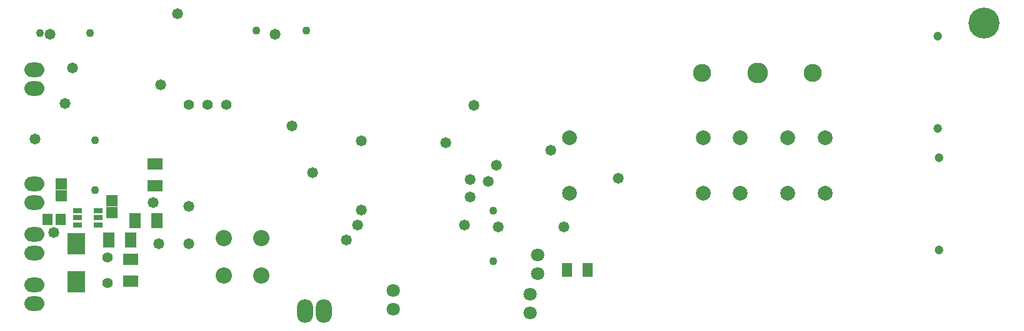
<source format=gbs>
G04*
G04 #@! TF.GenerationSoftware,Altium Limited,Altium Designer,19.1.6 (110)*
G04*
G04 Layer_Color=16711935*
%FSLAX24Y24*%
%MOIN*%
G70*
G01*
G75*
%ADD39R,0.0552X0.0730*%
%ADD45R,0.0533X0.0611*%
%ADD48R,0.0631X0.0592*%
%ADD49R,0.0789X0.0592*%
%ADD59C,0.1655*%
%ADD60C,0.0710*%
%ADD61C,0.0434*%
%ADD62O,0.0867X0.1261*%
%ADD63O,0.1064X0.0769*%
%ADD64C,0.0474*%
%ADD65C,0.0867*%
%ADD66C,0.0552*%
%ADD67C,0.1104*%
%ADD68C,0.0966*%
%ADD69C,0.0789*%
%ADD70C,0.0580*%
%ADD92R,0.0592X0.0789*%
%ADD93R,0.0946X0.1143*%
%ADD94R,0.0474X0.0316*%
D39*
X42551Y13800D02*
D03*
X41449D02*
D03*
D45*
X14444Y16500D02*
D03*
X13756D02*
D03*
D48*
X14500Y17785D02*
D03*
Y18415D02*
D03*
X17200Y17500D02*
D03*
Y16870D02*
D03*
D49*
X18200Y14371D02*
D03*
Y13229D02*
D03*
X19500Y19471D02*
D03*
Y18329D02*
D03*
D59*
X63700Y27000D02*
D03*
D60*
X39889Y14598D02*
D03*
Y13598D02*
D03*
X39500Y12500D02*
D03*
Y11500D02*
D03*
X32200Y12700D02*
D03*
Y11700D02*
D03*
D61*
X37520Y16971D02*
D03*
Y14294D02*
D03*
X27556Y26622D02*
D03*
X24879D02*
D03*
X16021Y26480D02*
D03*
X13344D02*
D03*
X16280Y18079D02*
D03*
Y20756D02*
D03*
D62*
X28500Y11600D02*
D03*
X27500D02*
D03*
D63*
X13050Y15700D02*
D03*
Y14700D02*
D03*
X13050Y13000D02*
D03*
Y12000D02*
D03*
Y18400D02*
D03*
Y17400D02*
D03*
Y24500D02*
D03*
Y23500D02*
D03*
D64*
X61230Y26311D02*
D03*
Y21389D02*
D03*
X61280Y19811D02*
D03*
Y14889D02*
D03*
D65*
X23150Y15500D02*
D03*
Y13500D02*
D03*
X25150Y15500D02*
D03*
Y13500D02*
D03*
D66*
X16950Y13100D02*
D03*
Y14478D02*
D03*
X21300Y22650D02*
D03*
X22300D02*
D03*
X23300D02*
D03*
D67*
X51603Y24350D02*
D03*
D68*
X48650D02*
D03*
X54556D02*
D03*
D69*
X41599Y17904D02*
D03*
Y20896D02*
D03*
X48705Y17904D02*
D03*
X50674D02*
D03*
X53233D02*
D03*
X55201D02*
D03*
X48705Y20896D02*
D03*
X50674D02*
D03*
X53233D02*
D03*
X55201D02*
D03*
D70*
X44200Y18700D02*
D03*
X40600Y20200D02*
D03*
X36000Y16200D02*
D03*
X37700Y19400D02*
D03*
X37235Y18555D02*
D03*
X19800Y23700D02*
D03*
X20700Y27500D02*
D03*
X25900Y26400D02*
D03*
X14100Y15800D02*
D03*
X13900Y26400D02*
D03*
X13100Y20800D02*
D03*
X21300Y15200D02*
D03*
X19700D02*
D03*
X36500Y22600D02*
D03*
X41300Y16100D02*
D03*
X37800D02*
D03*
X30500Y17000D02*
D03*
X30293Y16207D02*
D03*
X29700Y15400D02*
D03*
X19400Y17400D02*
D03*
X14700Y22700D02*
D03*
X15100Y24600D02*
D03*
X26800Y21500D02*
D03*
X27900Y19000D02*
D03*
X30500Y20700D02*
D03*
X35000Y20600D02*
D03*
X36280Y17700D02*
D03*
Y18650D02*
D03*
X21300Y17200D02*
D03*
D92*
X18171Y15400D02*
D03*
X17029D02*
D03*
X19571Y16445D02*
D03*
X18429D02*
D03*
D93*
X15300Y15204D02*
D03*
Y13196D02*
D03*
D94*
X15359Y16974D02*
D03*
Y16600D02*
D03*
Y16226D02*
D03*
X16441D02*
D03*
Y16600D02*
D03*
Y16974D02*
D03*
M02*

</source>
